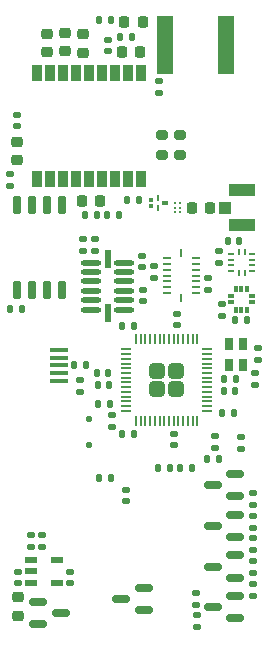
<source format=gbr>
%TF.GenerationSoftware,KiCad,Pcbnew,8.0.0*%
%TF.CreationDate,2024-06-24T23:08:17-07:00*%
%TF.ProjectId,lyrav3r2,6c797261-7633-4723-922e-6b696361645f,rev?*%
%TF.SameCoordinates,Original*%
%TF.FileFunction,Paste,Bot*%
%TF.FilePolarity,Positive*%
%FSLAX46Y46*%
G04 Gerber Fmt 4.6, Leading zero omitted, Abs format (unit mm)*
G04 Created by KiCad (PCBNEW 8.0.0) date 2024-06-24 23:08:17*
%MOMM*%
%LPD*%
G01*
G04 APERTURE LIST*
G04 Aperture macros list*
%AMRoundRect*
0 Rectangle with rounded corners*
0 $1 Rounding radius*
0 $2 $3 $4 $5 $6 $7 $8 $9 X,Y pos of 4 corners*
0 Add a 4 corners polygon primitive as box body*
4,1,4,$2,$3,$4,$5,$6,$7,$8,$9,$2,$3,0*
0 Add four circle primitives for the rounded corners*
1,1,$1+$1,$2,$3*
1,1,$1+$1,$4,$5*
1,1,$1+$1,$6,$7*
1,1,$1+$1,$8,$9*
0 Add four rect primitives between the rounded corners*
20,1,$1+$1,$2,$3,$4,$5,0*
20,1,$1+$1,$4,$5,$6,$7,0*
20,1,$1+$1,$6,$7,$8,$9,0*
20,1,$1+$1,$8,$9,$2,$3,0*%
G04 Aperture macros list end*
%ADD10R,1.400000X5.000000*%
%ADD11RoundRect,0.140000X0.170000X-0.140000X0.170000X0.140000X-0.170000X0.140000X-0.170000X-0.140000X0*%
%ADD12RoundRect,0.140000X-0.170000X0.140000X-0.170000X-0.140000X0.170000X-0.140000X0.170000X0.140000X0*%
%ADD13RoundRect,0.135000X0.185000X-0.135000X0.185000X0.135000X-0.185000X0.135000X-0.185000X-0.135000X0*%
%ADD14RoundRect,0.225000X0.250000X-0.225000X0.250000X0.225000X-0.250000X0.225000X-0.250000X-0.225000X0*%
%ADD15RoundRect,0.140000X0.140000X0.170000X-0.140000X0.170000X-0.140000X-0.170000X0.140000X-0.170000X0*%
%ADD16RoundRect,0.135000X-0.135000X-0.185000X0.135000X-0.185000X0.135000X0.185000X-0.135000X0.185000X0*%
%ADD17RoundRect,0.150000X0.587500X0.150000X-0.587500X0.150000X-0.587500X-0.150000X0.587500X-0.150000X0*%
%ADD18RoundRect,0.135000X0.135000X0.185000X-0.135000X0.185000X-0.135000X-0.185000X0.135000X-0.185000X0*%
%ADD19RoundRect,0.135000X-0.185000X0.135000X-0.185000X-0.135000X0.185000X-0.135000X0.185000X0.135000X0*%
%ADD20RoundRect,0.140000X-0.140000X-0.170000X0.140000X-0.170000X0.140000X0.170000X-0.140000X0.170000X0*%
%ADD21R,0.300000X0.500000*%
%ADD22R,0.500000X0.300000*%
%ADD23RoundRect,0.150000X-0.150000X0.650000X-0.150000X-0.650000X0.150000X-0.650000X0.150000X0.650000X0*%
%ADD24R,0.200000X0.200000*%
%ADD25RoundRect,0.125000X0.125000X-0.125000X0.125000X0.125000X-0.125000X0.125000X-0.125000X-0.125000X0*%
%ADD26R,0.250000X0.520000*%
%ADD27R,0.420000X0.320000*%
%ADD28R,0.500000X0.320000*%
%ADD29R,0.800000X1.000000*%
%ADD30RoundRect,0.050000X-0.387500X0.050000X-0.387500X-0.050000X0.387500X-0.050000X0.387500X0.050000X0*%
%ADD31RoundRect,0.050000X-0.050000X0.387500X-0.050000X-0.387500X0.050000X-0.387500X0.050000X0.387500X0*%
%ADD32RoundRect,0.249999X-0.395001X0.395001X-0.395001X-0.395001X0.395001X-0.395001X0.395001X0.395001X0*%
%ADD33RoundRect,0.200000X0.275000X-0.200000X0.275000X0.200000X-0.275000X0.200000X-0.275000X-0.200000X0*%
%ADD34R,2.200000X1.050000*%
%ADD35R,1.050000X1.000000*%
%ADD36RoundRect,0.225000X-0.225000X-0.250000X0.225000X-0.250000X0.225000X0.250000X-0.225000X0.250000X0*%
%ADD37RoundRect,0.225000X-0.250000X0.225000X-0.250000X-0.225000X0.250000X-0.225000X0.250000X0.225000X0*%
%ADD38RoundRect,0.218750X0.218750X0.256250X-0.218750X0.256250X-0.218750X-0.256250X0.218750X-0.256250X0*%
%ADD39R,0.250000X0.800000*%
%ADD40R,0.800000X0.250000*%
%ADD41R,1.600000X0.400000*%
%ADD42R,0.600000X1.550000*%
%ADD43O,1.770000X0.450000*%
%ADD44RoundRect,0.150000X-0.587500X-0.150000X0.587500X-0.150000X0.587500X0.150000X-0.587500X0.150000X0*%
%ADD45R,1.000000X0.600000*%
%ADD46RoundRect,0.147500X-0.147500X-0.172500X0.147500X-0.172500X0.147500X0.172500X-0.147500X0.172500X0*%
%ADD47R,0.280000X0.500000*%
%ADD48R,0.500000X0.280000*%
%ADD49R,0.850000X1.450000*%
G04 APERTURE END LIST*
D10*
%TO.C,AE3*%
X18750000Y50175000D03*
X13650000Y50175000D03*
%TD*%
D11*
%TO.C,C10*%
X1050000Y44205000D03*
X1050000Y43245000D03*
%TD*%
D12*
%TO.C,C29*%
X13100000Y46095000D03*
X13100000Y47055000D03*
%TD*%
D13*
%TO.C,R18*%
X6434107Y21763093D03*
X6434107Y20743093D03*
%TD*%
D14*
%TO.C,C35*%
X3625000Y51100000D03*
X3625000Y49550000D03*
%TD*%
D12*
%TO.C,C3*%
X10345000Y11528200D03*
X10345000Y12488200D03*
%TD*%
D15*
%TO.C,C18*%
X7970000Y19709100D03*
X8930000Y19709100D03*
%TD*%
D16*
%TO.C,R28*%
X19460000Y19025000D03*
X18440000Y19025000D03*
%TD*%
D17*
%TO.C,Q4*%
X17687900Y12911300D03*
X19562900Y11961300D03*
X19562900Y13861300D03*
%TD*%
D18*
%TO.C,R30*%
X8730000Y35725000D03*
X9750000Y35725000D03*
%TD*%
D13*
%TO.C,R2*%
X2250000Y8625000D03*
X2250000Y7605000D03*
%TD*%
D19*
%TO.C,R13*%
X6700000Y32665000D03*
X6700000Y33685000D03*
%TD*%
D18*
%TO.C,R3*%
X7990000Y13475000D03*
X9010000Y13475000D03*
%TD*%
D11*
%TO.C,C24*%
X14600000Y27355000D03*
X14600000Y26395000D03*
%TD*%
D12*
%TO.C,C1*%
X17279200Y29435200D03*
X17279200Y30395200D03*
%TD*%
D17*
%TO.C,Q9*%
X17675000Y2575000D03*
X19550000Y1625000D03*
X19550000Y3525000D03*
%TD*%
D20*
%TO.C,C12*%
X20513848Y26871731D03*
X19553848Y26871731D03*
%TD*%
D21*
%TO.C,U3*%
X19584648Y27728931D03*
X20084648Y27728931D03*
X20584648Y27728931D03*
D22*
X20954648Y28348931D03*
X20954648Y28848931D03*
D21*
X20584648Y29468931D03*
X20084648Y29468931D03*
X19584648Y29468931D03*
D22*
X19214648Y28848931D03*
X19214648Y28348931D03*
%TD*%
D16*
%TO.C,R15*%
X6910000Y23025000D03*
X5890000Y23025000D03*
%TD*%
D23*
%TO.C,U9*%
X1045000Y29425000D03*
X2315000Y29425000D03*
X3585000Y29425000D03*
X4855000Y29425000D03*
X4855000Y36625000D03*
X3585000Y36625000D03*
X2315000Y36625000D03*
X1045000Y36625000D03*
%TD*%
D13*
%TO.C,R20*%
X21050000Y6475000D03*
X21050000Y5455000D03*
%TD*%
%TO.C,R16*%
X7700000Y33685000D03*
X7700000Y32665000D03*
%TD*%
D15*
%TO.C,C28*%
X6870000Y35745000D03*
X7830000Y35745000D03*
%TD*%
D20*
%TO.C,C21*%
X19588000Y21842700D03*
X18628000Y21842700D03*
%TD*%
D24*
%TO.C,U10*%
X14850000Y35975000D03*
X14850000Y36375000D03*
X14850000Y36775000D03*
X14450000Y36775000D03*
X14450000Y36375000D03*
X14450000Y35975000D03*
%TD*%
D19*
%TO.C,R1*%
X21250000Y21315000D03*
X21250000Y22335000D03*
%TD*%
D15*
%TO.C,C33*%
X10420000Y37025000D03*
X11380000Y37025000D03*
%TD*%
D12*
%TO.C,C4*%
X18408248Y27227331D03*
X18408248Y28187331D03*
%TD*%
D25*
%TO.C,D1*%
X7195400Y18487200D03*
X7195400Y16287200D03*
%TD*%
D13*
%TO.C,R24*%
X21050000Y10275000D03*
X21050000Y9255000D03*
%TD*%
D17*
%TO.C,Q5*%
X17650000Y5975000D03*
X19525000Y5025000D03*
X19525000Y6925000D03*
%TD*%
D19*
%TO.C,R17*%
X20029305Y15917116D03*
X20029305Y16937116D03*
%TD*%
D26*
%TO.C,FL1*%
X13040000Y37155000D03*
D27*
X12450000Y37055000D03*
X12450000Y36475000D03*
D26*
X13040000Y36375000D03*
D28*
X13630000Y36765000D03*
%TD*%
D13*
%TO.C,R21*%
X21060000Y8375000D03*
X21060000Y7355000D03*
%TD*%
D15*
%TO.C,C23*%
X10002800Y17169100D03*
X10962800Y17169100D03*
%TD*%
D29*
%TO.C,X2*%
X19026800Y24825500D03*
X19026800Y23025500D03*
X20226800Y23025500D03*
X20226800Y24825500D03*
%TD*%
D12*
%TO.C,C14*%
X8800000Y49645000D03*
X8800000Y50605000D03*
%TD*%
D15*
%TO.C,C17*%
X7820000Y22350700D03*
X8780000Y22350700D03*
%TD*%
D12*
%TO.C,C2*%
X12650000Y30440000D03*
X12650000Y31400000D03*
%TD*%
D20*
%TO.C,C16*%
X19530000Y20877500D03*
X18570000Y20877500D03*
%TD*%
D30*
%TO.C,U8*%
X10312500Y24375000D03*
X10312500Y23975000D03*
X10312500Y23575000D03*
X10312500Y23175000D03*
X10312500Y22775000D03*
X10312500Y22375000D03*
X10312500Y21975000D03*
X10312500Y21575000D03*
X10312500Y21175000D03*
X10312500Y20775000D03*
X10312500Y20375000D03*
X10312500Y19975000D03*
X10312500Y19575000D03*
X10312500Y19175000D03*
D31*
X11150000Y18337500D03*
X11550000Y18337500D03*
X11950000Y18337500D03*
X12350000Y18337500D03*
X12750000Y18337500D03*
X13150000Y18337500D03*
X13550000Y18337500D03*
X13950000Y18337500D03*
X14350000Y18337500D03*
X14750000Y18337500D03*
X15150000Y18337500D03*
X15550000Y18337500D03*
X15950000Y18337500D03*
X16350000Y18337500D03*
D30*
X17187500Y19175000D03*
X17187500Y19575000D03*
X17187500Y19975000D03*
X17187500Y20375000D03*
X17187500Y20775000D03*
X17187500Y21175000D03*
X17187500Y21575000D03*
X17187500Y21975000D03*
X17187500Y22375000D03*
X17187500Y22775000D03*
X17187500Y23175000D03*
X17187500Y23575000D03*
X17187500Y23975000D03*
X17187500Y24375000D03*
D31*
X16350000Y25212500D03*
X15950000Y25212500D03*
X15550000Y25212500D03*
X15150000Y25212500D03*
X14750000Y25212500D03*
X14350000Y25212500D03*
X13950000Y25212500D03*
X13550000Y25212500D03*
X13150000Y25212500D03*
X12750000Y25212500D03*
X12350000Y25212500D03*
X11950000Y25212500D03*
X11550000Y25212500D03*
X11150000Y25212500D03*
D32*
X12950000Y20975000D03*
X14550000Y20975000D03*
X12950000Y22575000D03*
X14550000Y22575000D03*
%TD*%
D16*
%TO.C,R29*%
X9010000Y52225000D03*
X7990000Y52225000D03*
%TD*%
D33*
%TO.C,R19*%
X13350000Y42500000D03*
X13350000Y40850000D03*
%TD*%
D19*
%TO.C,R10*%
X17850000Y16015000D03*
X17850000Y17035000D03*
%TD*%
D34*
%TO.C,AE2*%
X20170000Y34866800D03*
X20170000Y37866800D03*
D35*
X18670000Y36366800D03*
%TD*%
D17*
%TO.C,Q2*%
X17650000Y9425000D03*
X19525000Y8475000D03*
X19525000Y10375000D03*
%TD*%
D18*
%TO.C,R26*%
X14890000Y14325000D03*
X15910000Y14325000D03*
%TD*%
%TO.C,R27*%
X12990000Y14325000D03*
X14010000Y14325000D03*
%TD*%
D36*
%TO.C,C30*%
X8125000Y36975000D03*
X6575000Y36975000D03*
%TD*%
D37*
%TO.C,C7*%
X1124800Y1835200D03*
X1124800Y3385200D03*
%TD*%
D13*
%TO.C,R25*%
X21050000Y12185000D03*
X21050000Y11165000D03*
%TD*%
D36*
%TO.C,C34*%
X11525000Y49550000D03*
X9975000Y49550000D03*
%TD*%
D33*
%TO.C,R9*%
X14850000Y42500000D03*
X14850000Y40850000D03*
%TD*%
D38*
%TO.C,L4*%
X15862500Y36375000D03*
X17437500Y36375000D03*
%TD*%
D37*
%TO.C,C11*%
X1050000Y40400000D03*
X1050000Y41950000D03*
%TD*%
D39*
%TO.C,U2*%
X15000000Y32530000D03*
D40*
X16200000Y32120000D03*
X16200000Y31620000D03*
X16200000Y31120000D03*
X16200000Y30620000D03*
X16200000Y30120000D03*
X16200000Y29620000D03*
X16200000Y29120000D03*
D39*
X15000000Y28710000D03*
D40*
X13800000Y29120000D03*
X13800000Y29620000D03*
X13800000Y30120000D03*
X13800000Y30620000D03*
X13800000Y31120000D03*
X13800000Y31620000D03*
X13800000Y32120000D03*
%TD*%
D14*
%TO.C,C31*%
X5125000Y51150000D03*
X5125000Y49600000D03*
%TD*%
D19*
%TO.C,R12*%
X21060000Y3465000D03*
X21060000Y4485000D03*
%TD*%
D15*
%TO.C,C9*%
X18932800Y33547400D03*
X19892800Y33547400D03*
%TD*%
D12*
%TO.C,C13*%
X21450000Y23495000D03*
X21450000Y24455000D03*
%TD*%
D38*
%TO.C,D4*%
X10162500Y52075000D03*
X11737500Y52075000D03*
%TD*%
D15*
%TO.C,C25*%
X9984900Y26388600D03*
X10944900Y26388600D03*
%TD*%
D12*
%TO.C,C19*%
X9099700Y17834700D03*
X9099700Y18794700D03*
%TD*%
%TO.C,C50*%
X11650000Y31345000D03*
X11650000Y32305000D03*
%TD*%
%TO.C,C8*%
X18207500Y31725000D03*
X18207500Y32685000D03*
%TD*%
D41*
%TO.C,J7*%
X4612500Y24325000D03*
X4602500Y23675000D03*
X4602500Y23025000D03*
X4602500Y22375000D03*
X4602500Y21725000D03*
%TD*%
D15*
%TO.C,C26*%
X7920000Y21385500D03*
X8880000Y21385500D03*
%TD*%
D42*
%TO.C,U5*%
X8750000Y32025000D03*
D43*
X7340000Y31725000D03*
X7340000Y30925000D03*
X7340000Y30125000D03*
X7340000Y29325000D03*
X7340000Y28525000D03*
X7340000Y27725000D03*
D42*
X8750000Y27425000D03*
D43*
X10160000Y27725000D03*
X10160000Y28525000D03*
X10160000Y29325000D03*
X10160000Y30125000D03*
X10160000Y30925000D03*
X10160000Y31725000D03*
%TD*%
D19*
%TO.C,R23*%
X16339400Y830200D03*
X16339400Y1850200D03*
%TD*%
D11*
%TO.C,C32*%
X11750000Y29400000D03*
X11750000Y28440000D03*
%TD*%
D44*
%TO.C,Q3*%
X4766000Y2065000D03*
X2891000Y3015000D03*
X2891000Y1115000D03*
%TD*%
D19*
%TO.C,R22*%
X16200000Y2715000D03*
X16200000Y3735000D03*
%TD*%
D14*
%TO.C,C20*%
X6700000Y51050000D03*
X6700000Y49500000D03*
%TD*%
D12*
%TO.C,C22*%
X14400000Y16245000D03*
X14400000Y17205000D03*
%TD*%
D45*
%TO.C,U6*%
X4450000Y4625000D03*
X4450000Y6525000D03*
X2250000Y6525000D03*
X2250000Y5575000D03*
X2250000Y4625000D03*
%TD*%
D46*
%TO.C,L1*%
X10785000Y50825000D03*
X9815000Y50825000D03*
%TD*%
D47*
%TO.C,U4*%
X19857500Y30845000D03*
X20357500Y30845000D03*
D48*
X20987500Y30975000D03*
X20987500Y31475000D03*
X20987500Y31975000D03*
X20987500Y32475000D03*
D47*
X20357500Y32605000D03*
X19857500Y32605000D03*
D48*
X19227500Y32475000D03*
X19227500Y31975000D03*
X19227500Y31475000D03*
X19227500Y30975000D03*
%TD*%
D11*
%TO.C,C6*%
X1150000Y5555000D03*
X1150000Y4595000D03*
%TD*%
D49*
%TO.C,IC1*%
X2800000Y38775000D03*
X3900000Y38775000D03*
X5000000Y38775000D03*
X6100000Y38775000D03*
X7200000Y38775000D03*
X8300000Y38775000D03*
X9400000Y38775000D03*
X10500000Y38775000D03*
X11600000Y38775000D03*
X11600000Y47775000D03*
X10500000Y47775000D03*
X9400000Y47775000D03*
X8300000Y47775000D03*
X7200000Y47775000D03*
X6100000Y47775000D03*
X5000000Y47775000D03*
X3900000Y47775000D03*
X2800000Y47775000D03*
%TD*%
D15*
%TO.C,C27*%
X520000Y27775000D03*
X1480000Y27775000D03*
%TD*%
D16*
%TO.C,R11*%
X18160000Y15125000D03*
X17140000Y15125000D03*
%TD*%
D17*
%TO.C,Q1*%
X9915500Y3245200D03*
X11790500Y2295200D03*
X11790500Y4195200D03*
%TD*%
D13*
%TO.C,R14*%
X500000Y39185000D03*
X500000Y38165000D03*
%TD*%
D11*
%TO.C,C5*%
X5600000Y5555000D03*
X5600000Y4595000D03*
%TD*%
D19*
%TO.C,R4*%
X3215200Y7598700D03*
X3215200Y8618700D03*
%TD*%
M02*

</source>
